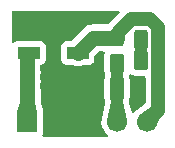
<source format=gbr>
%TF.GenerationSoftware,KiCad,Pcbnew,9.0.3*%
%TF.CreationDate,2025-07-24T19:31:40+02:00*%
%TF.ProjectId,OM345-MMIC,4f4d3334-352d-44d4-9d49-432e6b696361,rev?*%
%TF.SameCoordinates,Original*%
%TF.FileFunction,Copper,L1,Top*%
%TF.FilePolarity,Positive*%
%FSLAX46Y46*%
G04 Gerber Fmt 4.6, Leading zero omitted, Abs format (unit mm)*
G04 Created by KiCad (PCBNEW 9.0.3) date 2025-07-24 19:31:40*
%MOMM*%
%LPD*%
G01*
G04 APERTURE LIST*
G04 Aperture macros list*
%AMRoundRect*
0 Rectangle with rounded corners*
0 $1 Rounding radius*
0 $2 $3 $4 $5 $6 $7 $8 $9 X,Y pos of 4 corners*
0 Add a 4 corners polygon primitive as box body*
4,1,4,$2,$3,$4,$5,$6,$7,$8,$9,$2,$3,0*
0 Add four circle primitives for the rounded corners*
1,1,$1+$1,$2,$3*
1,1,$1+$1,$4,$5*
1,1,$1+$1,$6,$7*
1,1,$1+$1,$8,$9*
0 Add four rect primitives between the rounded corners*
20,1,$1+$1,$2,$3,$4,$5,0*
20,1,$1+$1,$4,$5,$6,$7,0*
20,1,$1+$1,$6,$7,$8,$9,0*
20,1,$1+$1,$8,$9,$2,$3,0*%
G04 Aperture macros list end*
%TA.AperFunction,SMDPad,CuDef*%
%ADD10R,1.020000X1.830000*%
%TD*%
%TA.AperFunction,SMDPad,CuDef*%
%ADD11R,1.830000X1.020000*%
%TD*%
%TA.AperFunction,SMDPad,CuDef*%
%ADD12RoundRect,0.250000X-0.337500X-0.475000X0.337500X-0.475000X0.337500X0.475000X-0.337500X0.475000X0*%
%TD*%
%TA.AperFunction,SMDPad,CuDef*%
%ADD13RoundRect,0.250000X-0.350000X-0.450000X0.350000X-0.450000X0.350000X0.450000X-0.350000X0.450000X0*%
%TD*%
%TA.AperFunction,ComponentPad*%
%ADD14C,1.700000*%
%TD*%
%TA.AperFunction,ComponentPad*%
%ADD15R,1.700000X1.700000*%
%TD*%
%TA.AperFunction,SMDPad,CuDef*%
%ADD16RoundRect,0.250000X0.325000X0.450000X-0.325000X0.450000X-0.325000X-0.450000X0.325000X-0.450000X0*%
%TD*%
%TA.AperFunction,ViaPad*%
%ADD17C,0.600000*%
%TD*%
%TA.AperFunction,Conductor*%
%ADD18C,1.270000*%
%TD*%
%TA.AperFunction,Conductor*%
%ADD19C,1.016000*%
%TD*%
%TA.AperFunction,Conductor*%
%ADD20C,1.143000*%
%TD*%
G04 APERTURE END LIST*
D10*
%TO.P,IC1,4,GND_2*%
%TO.N,GND*%
X131280000Y-78448000D03*
D11*
%TO.P,IC1,3,RF-OUT_AND_DC-IN*%
%TO.N,Net-(IC1-RF-OUT_AND_DC-IN)*%
X133350000Y-80518000D03*
D10*
%TO.P,IC1,2,GND_1*%
%TO.N,GND*%
X131280000Y-82588000D03*
D11*
%TO.P,IC1,1,RF_IN*%
%TO.N,Net-(IC1-RF_IN)*%
X129210000Y-80518000D03*
%TD*%
D12*
%TO.P,C1,2*%
%TO.N,Net-(J1-Pin_4)*%
X136673500Y-83566000D03*
%TO.P,C1,1*%
%TO.N,GND*%
X134598500Y-83566000D03*
%TD*%
D13*
%TO.P,R1,1*%
%TO.N,Net-(J1-Pin_4)*%
X136668000Y-81280000D03*
%TO.P,R1,2*%
%TO.N,Net-(FB1-Pad1)*%
X138668000Y-81280000D03*
%TD*%
D14*
%TO.P,J1,5,Pin_5*%
%TO.N,Net-(IC1-RF-OUT_AND_DC-IN)*%
X139237000Y-86360000D03*
%TO.P,J1,4,Pin_4*%
%TO.N,Net-(J1-Pin_4)*%
X136697000Y-86360000D03*
%TO.P,J1,3,Pin_3*%
%TO.N,GND*%
X134157000Y-86360000D03*
%TO.P,J1,2,Pin_2*%
X131617000Y-86360000D03*
D15*
%TO.P,J1,1,Pin_1*%
%TO.N,Net-(IC1-RF_IN)*%
X129077000Y-86360000D03*
%TD*%
D16*
%TO.P,CHK,2*%
%TO.N,Net-(IC1-RF-OUT_AND_DC-IN)*%
X136643000Y-79248000D03*
%TO.P,CHK,1*%
%TO.N,Net-(FB1-Pad1)*%
X138693000Y-79248000D03*
%TD*%
D17*
%TO.N,GND*%
X138557000Y-83820000D03*
X131318000Y-83820000D03*
X131318000Y-77216000D03*
X130429000Y-83312000D03*
X130429000Y-82550000D03*
X130429000Y-81788000D03*
X134598500Y-83566000D03*
X132207000Y-83312000D03*
X132207000Y-81788000D03*
X132207000Y-82550000D03*
X132207000Y-79121000D03*
X132207000Y-78359000D03*
X132207000Y-77597000D03*
X130429000Y-77597000D03*
X130429000Y-78359000D03*
X130429000Y-79121000D03*
%TD*%
D18*
%TO.N,Net-(IC1-RF_IN)*%
X129077000Y-86360000D02*
X129077000Y-80651000D01*
D19*
X129077000Y-80651000D02*
X129210000Y-80518000D01*
%TO.N,Net-(J1-Pin_4)*%
X136673500Y-83566000D02*
X136673500Y-86336500D01*
X136673500Y-86336500D02*
X136697000Y-86360000D01*
X136668000Y-81280000D02*
X136668000Y-83560500D01*
X136668000Y-83560500D02*
X136673500Y-83566000D01*
%TO.N,Net-(FB1-Pad1)*%
X138693000Y-79248000D02*
X138693000Y-81255000D01*
X138693000Y-81255000D02*
X138668000Y-81280000D01*
%TO.N,Net-(IC1-RF-OUT_AND_DC-IN)*%
X136643000Y-79248000D02*
X136643000Y-78903870D01*
D20*
X136643000Y-78903870D02*
X137888870Y-77658000D01*
X140158000Y-85439000D02*
X139237000Y-86360000D01*
X137888870Y-77658000D02*
X139497130Y-77658000D01*
X139497130Y-77658000D02*
X140158000Y-78318870D01*
X140158000Y-78318870D02*
X140158000Y-85439000D01*
D18*
X133350000Y-80518000D02*
X134620000Y-79248000D01*
X134620000Y-79248000D02*
X136643000Y-79248000D01*
%TD*%
%TA.AperFunction,Conductor*%
%TO.N,GND*%
G36*
X136844010Y-76974185D02*
G01*
X136889765Y-77026989D01*
X136899709Y-77096147D01*
X136870684Y-77159703D01*
X136864652Y-77166181D01*
X135954652Y-78076181D01*
X135893329Y-78109666D01*
X135866971Y-78112500D01*
X134530634Y-78112500D01*
X134471790Y-78121820D01*
X134354101Y-78140460D01*
X134354098Y-78140460D01*
X134184121Y-78195689D01*
X134184118Y-78195690D01*
X134024866Y-78276834D01*
X133941116Y-78337681D01*
X133941115Y-78337680D01*
X133880279Y-78381881D01*
X133880271Y-78381888D01*
X132790977Y-79471181D01*
X132729654Y-79504666D01*
X132703296Y-79507500D01*
X132387130Y-79507500D01*
X132387123Y-79507501D01*
X132327516Y-79513908D01*
X132192671Y-79564202D01*
X132192664Y-79564206D01*
X132077455Y-79650452D01*
X132077452Y-79650455D01*
X131991206Y-79765664D01*
X131991202Y-79765671D01*
X131940908Y-79900517D01*
X131934501Y-79960116D01*
X131934501Y-79960123D01*
X131934500Y-79960135D01*
X131934500Y-81075870D01*
X131934501Y-81075876D01*
X131940908Y-81135483D01*
X131991202Y-81270328D01*
X131991206Y-81270335D01*
X132077452Y-81385544D01*
X132077455Y-81385547D01*
X132192664Y-81471793D01*
X132192671Y-81471797D01*
X132192674Y-81471798D01*
X132327517Y-81522091D01*
X132387127Y-81528500D01*
X132802294Y-81528499D01*
X132858588Y-81542014D01*
X132914120Y-81570309D01*
X133084103Y-81625541D01*
X133182175Y-81641073D01*
X133260630Y-81653500D01*
X133260634Y-81653500D01*
X133439370Y-81653500D01*
X133509978Y-81642316D01*
X133615897Y-81625541D01*
X133785880Y-81570309D01*
X133841412Y-81542014D01*
X133897706Y-81528499D01*
X134312871Y-81528499D01*
X134312872Y-81528499D01*
X134372483Y-81522091D01*
X134507331Y-81471796D01*
X134622546Y-81385546D01*
X134708796Y-81270331D01*
X134759091Y-81135483D01*
X134765500Y-81075873D01*
X134765499Y-80759701D01*
X134785183Y-80692663D01*
X134801818Y-80672020D01*
X135054022Y-80419818D01*
X135115345Y-80386334D01*
X135141703Y-80383500D01*
X135503605Y-80383500D01*
X135570644Y-80403185D01*
X135616399Y-80455989D01*
X135626343Y-80525147D01*
X135621312Y-80546498D01*
X135578001Y-80677203D01*
X135578001Y-80677204D01*
X135578000Y-80677204D01*
X135567500Y-80779983D01*
X135567500Y-81750247D01*
X135567424Y-81754582D01*
X135566149Y-81791002D01*
X135634893Y-82426138D01*
X135635132Y-82450395D01*
X135583009Y-83040305D01*
X135581065Y-83089097D01*
X135581084Y-83091342D01*
X135584750Y-83124521D01*
X135585500Y-83138137D01*
X135585500Y-84047487D01*
X135585356Y-84053453D01*
X135583354Y-84095010D01*
X135583354Y-84095023D01*
X135640544Y-84697498D01*
X135638713Y-84733426D01*
X135369839Y-86084035D01*
X135362157Y-86137307D01*
X135362156Y-86137328D01*
X135362162Y-86137426D01*
X135362090Y-86138797D01*
X135361883Y-86143389D01*
X135361850Y-86143387D01*
X135360809Y-86163361D01*
X135346500Y-86253712D01*
X135346500Y-86253713D01*
X135346500Y-86466287D01*
X135379754Y-86676243D01*
X135411237Y-86773138D01*
X135445444Y-86878414D01*
X135541951Y-87067820D01*
X135666890Y-87239786D01*
X135817209Y-87390105D01*
X135817214Y-87390109D01*
X135848971Y-87413182D01*
X135891637Y-87468511D01*
X135897616Y-87538125D01*
X135865011Y-87599920D01*
X135804172Y-87634277D01*
X135776086Y-87637500D01*
X130478677Y-87637500D01*
X130411638Y-87617815D01*
X130365883Y-87565011D01*
X130355939Y-87495853D01*
X130369847Y-87454070D01*
X130370795Y-87452332D01*
X130370794Y-87452332D01*
X130370796Y-87452331D01*
X130421091Y-87317483D01*
X130427500Y-87257873D01*
X130427499Y-85555521D01*
X130430509Y-85522692D01*
X130427499Y-85494116D01*
X130427499Y-85462128D01*
X130421091Y-85402517D01*
X130421090Y-85402515D01*
X130421090Y-85402512D01*
X130419522Y-85395874D01*
X130416111Y-85383389D01*
X130415438Y-85379615D01*
X130415437Y-85379603D01*
X130248926Y-84721301D01*
X130216286Y-84592258D01*
X130212500Y-84561851D01*
X130212500Y-81615639D01*
X130232185Y-81548600D01*
X130284989Y-81502845D01*
X130293168Y-81499457D01*
X130367326Y-81471798D01*
X130367326Y-81471797D01*
X130367331Y-81471796D01*
X130482546Y-81385546D01*
X130568796Y-81270331D01*
X130619091Y-81135483D01*
X130625500Y-81075873D01*
X130625499Y-79960128D01*
X130619091Y-79900517D01*
X130568796Y-79765669D01*
X130568795Y-79765668D01*
X130568793Y-79765664D01*
X130482547Y-79650455D01*
X130482544Y-79650452D01*
X130367335Y-79564206D01*
X130367328Y-79564202D01*
X130232482Y-79513908D01*
X130232483Y-79513908D01*
X130172883Y-79507501D01*
X130172881Y-79507500D01*
X130172873Y-79507500D01*
X130172864Y-79507500D01*
X128247129Y-79507500D01*
X128247123Y-79507501D01*
X128187516Y-79513908D01*
X128052671Y-79564202D01*
X128052669Y-79564203D01*
X127952811Y-79638958D01*
X127887347Y-79663375D01*
X127819074Y-79648524D01*
X127769668Y-79599119D01*
X127754500Y-79539691D01*
X127754500Y-77078500D01*
X127774185Y-77011461D01*
X127826989Y-76965706D01*
X127878500Y-76954500D01*
X136776971Y-76954500D01*
X136844010Y-76974185D01*
G37*
%TD.AperFunction*%
%TA.AperFunction,Conductor*%
G36*
X137894042Y-82350282D02*
G01*
X137998666Y-82414814D01*
X138165203Y-82469999D01*
X138267991Y-82480500D01*
X138962000Y-82480499D01*
X139029039Y-82500183D01*
X139074794Y-82552987D01*
X139086000Y-82604499D01*
X139086000Y-84732947D01*
X139066315Y-84799986D01*
X139034758Y-84833358D01*
X138477266Y-85237314D01*
X138442493Y-85264920D01*
X138438315Y-85268926D01*
X138437948Y-85268544D01*
X138423933Y-85281416D01*
X138357208Y-85329895D01*
X138206894Y-85480209D01*
X138206890Y-85480214D01*
X138122605Y-85596223D01*
X138067275Y-85638889D01*
X137997662Y-85644868D01*
X137935867Y-85612262D01*
X137901510Y-85551424D01*
X137901482Y-85551307D01*
X137710545Y-84721297D01*
X137707945Y-84681788D01*
X137763645Y-84095016D01*
X137765900Y-84044638D01*
X137765888Y-84042312D01*
X137762226Y-84008665D01*
X137761499Y-83995251D01*
X137761499Y-83040994D01*
X137761338Y-83037831D01*
X137761611Y-83037817D01*
X137761252Y-83025826D01*
X137761324Y-83024155D01*
X137705567Y-82468195D01*
X137718463Y-82399527D01*
X137766438Y-82348731D01*
X137834259Y-82331936D01*
X137894042Y-82350282D01*
G37*
%TD.AperFunction*%
%TD*%
%TA.AperFunction,Conductor*%
%TO.N,Net-(IC1-RF_IN)*%
G36*
X129711164Y-84663427D02*
G01*
X129714234Y-84668831D01*
X129925371Y-85503561D01*
X129924077Y-85512422D01*
X129922306Y-85514698D01*
X129085278Y-86352712D01*
X129077007Y-86356144D01*
X129068732Y-86352722D01*
X129068722Y-86352712D01*
X128231693Y-85514698D01*
X128228271Y-85506423D01*
X128228627Y-85503566D01*
X128439766Y-84668830D01*
X128445117Y-84661651D01*
X128451109Y-84660000D01*
X129702891Y-84660000D01*
X129711164Y-84663427D01*
G37*
%TD.AperFunction*%
%TD*%
%TA.AperFunction,Conductor*%
%TO.N,Net-(J1-Pin_4)*%
G36*
X137180459Y-84679760D02*
G01*
X137183588Y-84685410D01*
X137527967Y-86182439D01*
X137526482Y-86191270D01*
X137519188Y-86196464D01*
X137518861Y-86196535D01*
X136699296Y-86360540D01*
X136694704Y-86360540D01*
X135874794Y-86196466D01*
X135867354Y-86191482D01*
X135865615Y-86182709D01*
X136163625Y-84685749D01*
X136168601Y-84678304D01*
X136175100Y-84676333D01*
X137172186Y-84676333D01*
X137180459Y-84679760D01*
G37*
%TD.AperFunction*%
%TD*%
%TA.AperFunction,Conductor*%
%TO.N,Net-(J1-Pin_4)*%
G36*
X136680865Y-83570967D02*
G01*
X137256124Y-84037049D01*
X137260395Y-84044920D01*
X137260407Y-84047246D01*
X137182506Y-84867906D01*
X137178312Y-84875818D01*
X137170858Y-84878500D01*
X136176142Y-84878500D01*
X136167869Y-84875073D01*
X136164494Y-84867906D01*
X136086592Y-84047243D01*
X136089222Y-84038686D01*
X136090868Y-84037055D01*
X136666135Y-83570966D01*
X136674720Y-83568422D01*
X136680865Y-83570967D01*
G37*
%TD.AperFunction*%
%TD*%
%TA.AperFunction,Conductor*%
%TO.N,Net-(J1-Pin_4)*%
G36*
X136675029Y-81284283D02*
G01*
X137262682Y-81726003D01*
X137267236Y-81733713D01*
X137267284Y-81736614D01*
X137177130Y-82569559D01*
X137172833Y-82577415D01*
X137165498Y-82580000D01*
X136170502Y-82580000D01*
X136162229Y-82576573D01*
X136158870Y-82569559D01*
X136150856Y-82495519D01*
X136068715Y-81736611D01*
X136071232Y-81728020D01*
X136073310Y-81726008D01*
X136660970Y-81284283D01*
X136669642Y-81282053D01*
X136675029Y-81284283D01*
G37*
%TD.AperFunction*%
%TD*%
%TA.AperFunction,Conductor*%
%TO.N,Net-(J1-Pin_4)*%
G36*
X137173687Y-82256927D02*
G01*
X137177056Y-82264032D01*
X137258347Y-83074598D01*
X137255762Y-83083172D01*
X137254180Y-83084767D01*
X136680883Y-83560868D01*
X136672329Y-83563517D01*
X136666043Y-83560958D01*
X136090837Y-83094919D01*
X136086566Y-83087048D01*
X136086547Y-83084808D01*
X136159057Y-82264169D01*
X136163199Y-82256231D01*
X136170712Y-82253500D01*
X137165414Y-82253500D01*
X137173687Y-82256927D01*
G37*
%TD.AperFunction*%
%TD*%
%TA.AperFunction,Conductor*%
%TO.N,Net-(FB1-Pad1)*%
G36*
X138700218Y-79252662D02*
G01*
X139103792Y-79569203D01*
X139263049Y-79694117D01*
X139267443Y-79701919D01*
X139267490Y-79704270D01*
X139201873Y-80512247D01*
X139197787Y-80520216D01*
X139190211Y-80523000D01*
X138195789Y-80523000D01*
X138187516Y-80519573D01*
X138184127Y-80512247D01*
X138118509Y-79704270D01*
X138121255Y-79695747D01*
X138122947Y-79694119D01*
X138685780Y-79252662D01*
X138694404Y-79250254D01*
X138700218Y-79252662D01*
G37*
%TD.AperFunction*%
%TD*%
%TA.AperFunction,Conductor*%
%TO.N,Net-(FB1-Pad1)*%
G36*
X139198459Y-79983427D02*
G01*
X139201850Y-79990781D01*
X139267494Y-80823590D01*
X139264728Y-80832106D01*
X139262860Y-80833862D01*
X138675453Y-81275397D01*
X138666781Y-81277628D01*
X138660875Y-81274984D01*
X138138435Y-80833862D01*
X138082368Y-80786522D01*
X138078258Y-80778567D01*
X138078320Y-80776037D01*
X138183640Y-79990145D01*
X138188135Y-79982401D01*
X138195236Y-79980000D01*
X139190186Y-79980000D01*
X139198459Y-79983427D01*
G37*
%TD.AperFunction*%
%TD*%
%TA.AperFunction,Conductor*%
%TO.N,Net-(IC1-RF-OUT_AND_DC-IN)*%
G36*
X140593073Y-85061250D02*
G01*
X140596500Y-85069523D01*
X140596500Y-85355693D01*
X140595498Y-85360430D01*
X139949376Y-86819527D01*
X139942893Y-86825704D01*
X139933941Y-86825488D01*
X139932187Y-86824525D01*
X139238942Y-86362295D01*
X139235702Y-86359055D01*
X138771011Y-85662613D01*
X138769270Y-85653830D01*
X138773877Y-85646647D01*
X139570353Y-85069523D01*
X139583428Y-85060049D01*
X139590293Y-85057823D01*
X140584800Y-85057823D01*
X140593073Y-85061250D01*
G37*
%TD.AperFunction*%
%TD*%
M02*

</source>
